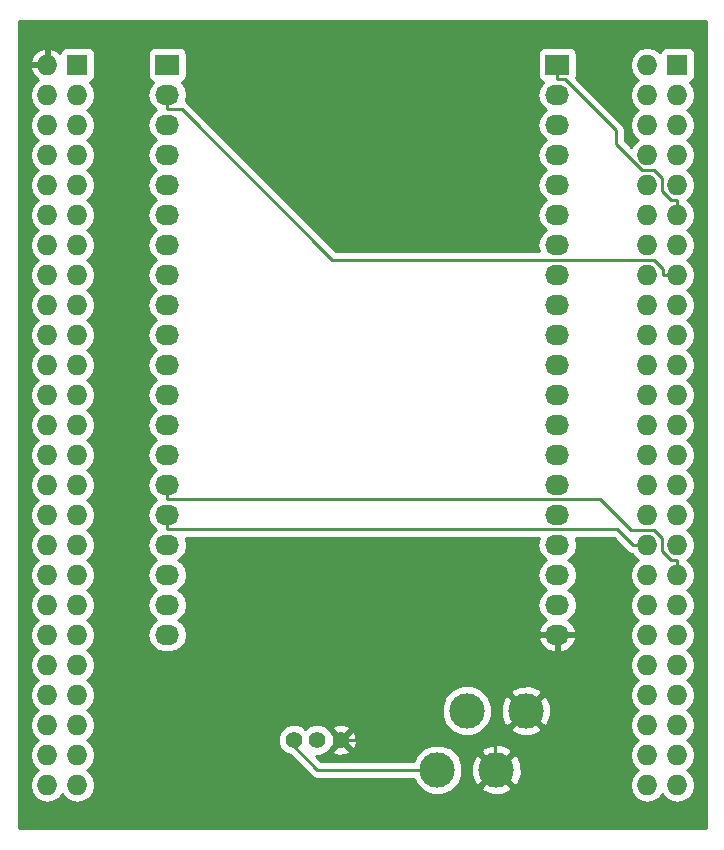
<source format=gbl>
G04 #@! TF.FileFunction,Copper,L2,Bot,Signal*
%FSLAX46Y46*%
G04 Gerber Fmt 4.6, Leading zero omitted, Abs format (unit mm)*
G04 Created by KiCad (PCBNEW (2015-01-16 BZR 5376)-product) date 5/29/2015 7:58:35 PM*
%MOMM*%
G01*
G04 APERTURE LIST*
%ADD10C,0.100000*%
%ADD11R,1.727200X1.727200*%
%ADD12O,1.727200X1.727200*%
%ADD13C,3.000000*%
%ADD14R,2.032000X1.727200*%
%ADD15O,2.032000X1.727200*%
%ADD16C,1.400000*%
%ADD17C,0.889000*%
%ADD18C,0.254000*%
G04 APERTURE END LIST*
D10*
D11*
X111760000Y-36830000D03*
D12*
X109220000Y-36830000D03*
X111760000Y-39370000D03*
X109220000Y-39370000D03*
X111760000Y-41910000D03*
X109220000Y-41910000D03*
X111760000Y-44450000D03*
X109220000Y-44450000D03*
X111760000Y-46990000D03*
X109220000Y-46990000D03*
X111760000Y-49530000D03*
X109220000Y-49530000D03*
X111760000Y-52070000D03*
X109220000Y-52070000D03*
X111760000Y-54610000D03*
X109220000Y-54610000D03*
X111760000Y-57150000D03*
X109220000Y-57150000D03*
X111760000Y-59690000D03*
X109220000Y-59690000D03*
X111760000Y-62230000D03*
X109220000Y-62230000D03*
X111760000Y-64770000D03*
X109220000Y-64770000D03*
X111760000Y-67310000D03*
X109220000Y-67310000D03*
X111760000Y-69850000D03*
X109220000Y-69850000D03*
X111760000Y-72390000D03*
X109220000Y-72390000D03*
X111760000Y-74930000D03*
X109220000Y-74930000D03*
X111760000Y-77470000D03*
X109220000Y-77470000D03*
X111760000Y-80010000D03*
X109220000Y-80010000D03*
X111760000Y-82550000D03*
X109220000Y-82550000D03*
X111760000Y-85090000D03*
X109220000Y-85090000D03*
X111760000Y-87630000D03*
X109220000Y-87630000D03*
X111760000Y-90170000D03*
X109220000Y-90170000D03*
X111760000Y-92710000D03*
X109220000Y-92710000D03*
X111760000Y-95250000D03*
X109220000Y-95250000D03*
X111760000Y-97790000D03*
X109220000Y-97790000D03*
D13*
X98939360Y-91518740D03*
X96440000Y-96520000D03*
X91440000Y-96520000D03*
X93939360Y-91518740D03*
D11*
X60960000Y-36830000D03*
D12*
X58420000Y-36830000D03*
X60960000Y-39370000D03*
X58420000Y-39370000D03*
X60960000Y-41910000D03*
X58420000Y-41910000D03*
X60960000Y-44450000D03*
X58420000Y-44450000D03*
X60960000Y-46990000D03*
X58420000Y-46990000D03*
X60960000Y-49530000D03*
X58420000Y-49530000D03*
X60960000Y-52070000D03*
X58420000Y-52070000D03*
X60960000Y-54610000D03*
X58420000Y-54610000D03*
X60960000Y-57150000D03*
X58420000Y-57150000D03*
X60960000Y-59690000D03*
X58420000Y-59690000D03*
X60960000Y-62230000D03*
X58420000Y-62230000D03*
X60960000Y-64770000D03*
X58420000Y-64770000D03*
X60960000Y-67310000D03*
X58420000Y-67310000D03*
X60960000Y-69850000D03*
X58420000Y-69850000D03*
X60960000Y-72390000D03*
X58420000Y-72390000D03*
X60960000Y-74930000D03*
X58420000Y-74930000D03*
X60960000Y-77470000D03*
X58420000Y-77470000D03*
X60960000Y-80010000D03*
X58420000Y-80010000D03*
X60960000Y-82550000D03*
X58420000Y-82550000D03*
X60960000Y-85090000D03*
X58420000Y-85090000D03*
X60960000Y-87630000D03*
X58420000Y-87630000D03*
X60960000Y-90170000D03*
X58420000Y-90170000D03*
X60960000Y-92710000D03*
X58420000Y-92710000D03*
X60960000Y-95250000D03*
X58420000Y-95250000D03*
X60960000Y-97790000D03*
X58420000Y-97790000D03*
D14*
X68580000Y-36830000D03*
D15*
X68580000Y-39370000D03*
X68580000Y-41910000D03*
X68580000Y-44450000D03*
X68580000Y-46990000D03*
X68580000Y-49530000D03*
X68580000Y-52070000D03*
X68580000Y-54610000D03*
X68580000Y-57150000D03*
X68580000Y-59690000D03*
X68580000Y-62230000D03*
X68580000Y-64770000D03*
X68580000Y-67310000D03*
X68580000Y-69850000D03*
X68580000Y-72390000D03*
X68580000Y-74930000D03*
X68580000Y-77470000D03*
X68580000Y-80010000D03*
X68580000Y-82550000D03*
X68580000Y-85090000D03*
D14*
X101600000Y-36830000D03*
D15*
X101600000Y-39370000D03*
X101600000Y-41910000D03*
X101600000Y-44450000D03*
X101600000Y-46990000D03*
X101600000Y-49530000D03*
X101600000Y-52070000D03*
X101600000Y-54610000D03*
X101600000Y-57150000D03*
X101600000Y-59690000D03*
X101600000Y-62230000D03*
X101600000Y-64770000D03*
X101600000Y-67310000D03*
X101600000Y-69850000D03*
X101600000Y-72390000D03*
X101600000Y-74930000D03*
X101600000Y-77470000D03*
X101600000Y-80010000D03*
X101600000Y-82550000D03*
X101600000Y-85090000D03*
D16*
X81280000Y-93980000D03*
X83280000Y-93980000D03*
X79280000Y-93980000D03*
D17*
X77470000Y-81280000D03*
D18*
X96328500Y-94129600D02*
X98939400Y-91518700D01*
X83280000Y-93980000D02*
X96178900Y-93980000D01*
X96178900Y-93980000D02*
X96328500Y-94129600D01*
X96328500Y-94129600D02*
X96328500Y-96408500D01*
X96328500Y-96408500D02*
X96440000Y-96520000D01*
X111760000Y-49530000D02*
X111760000Y-48285100D01*
X101600000Y-36830000D02*
X101600000Y-38074900D01*
X101600000Y-38074900D02*
X102222400Y-38074900D01*
X102222400Y-38074900D02*
X106534300Y-42386800D01*
X106534300Y-42386800D02*
X106534300Y-43545100D01*
X106534300Y-43545100D02*
X108734200Y-45745000D01*
X108734200Y-45745000D02*
X109796400Y-45745000D01*
X109796400Y-45745000D02*
X110490000Y-46438600D01*
X110490000Y-46438600D02*
X110490000Y-47530900D01*
X110490000Y-47530900D02*
X111244200Y-48285100D01*
X111244200Y-48285100D02*
X111760000Y-48285100D01*
X111760000Y-54610000D02*
X110515100Y-54610000D01*
X68580000Y-39370000D02*
X68580000Y-40614900D01*
X68580000Y-40614900D02*
X69824900Y-40614900D01*
X69824900Y-40614900D02*
X82550000Y-53340000D01*
X82550000Y-53340000D02*
X109760900Y-53340000D01*
X109760900Y-53340000D02*
X110515100Y-54094200D01*
X110515100Y-54094200D02*
X110515100Y-54610000D01*
X109220000Y-77470000D02*
X107975100Y-77470000D01*
X68580000Y-74930000D02*
X68580000Y-76174900D01*
X68580000Y-76174900D02*
X106680000Y-76174900D01*
X106680000Y-76174900D02*
X107975100Y-77470000D01*
X68580000Y-73634900D02*
X105224700Y-73634900D01*
X105224700Y-73634900D02*
X107814800Y-76225000D01*
X107814800Y-76225000D02*
X109796400Y-76225000D01*
X109796400Y-76225000D02*
X110490000Y-76918600D01*
X110490000Y-76918600D02*
X110490000Y-78010900D01*
X110490000Y-78010900D02*
X111244200Y-78765100D01*
X111244200Y-78765100D02*
X111760000Y-78765100D01*
X111760000Y-80010000D02*
X111760000Y-78765100D01*
X68580000Y-72390000D02*
X68580000Y-73634900D01*
X81280000Y-96520000D02*
X91440000Y-96520000D01*
X79280000Y-94520000D02*
X81280000Y-96520000D01*
X79280000Y-93980000D02*
X79280000Y-94520000D01*
G36*
X114173000Y-101473000D02*
X113271040Y-101473000D01*
X113271040Y-37693600D01*
X113271040Y-35966400D01*
X113224063Y-35724277D01*
X113084273Y-35511473D01*
X112873240Y-35369023D01*
X112623600Y-35318960D01*
X110896400Y-35318960D01*
X110654277Y-35365937D01*
X110441473Y-35505727D01*
X110299023Y-35716760D01*
X110290820Y-35757659D01*
X110279670Y-35740971D01*
X109793489Y-35416115D01*
X109220000Y-35302041D01*
X108646511Y-35416115D01*
X108160330Y-35740971D01*
X107835474Y-36227152D01*
X107721400Y-36800641D01*
X107721400Y-36859359D01*
X107835474Y-37432848D01*
X108160330Y-37919029D01*
X108431172Y-38100000D01*
X108160330Y-38280971D01*
X107835474Y-38767152D01*
X107721400Y-39340641D01*
X107721400Y-39399359D01*
X107835474Y-39972848D01*
X108160330Y-40459029D01*
X108431172Y-40640000D01*
X108160330Y-40820971D01*
X107835474Y-41307152D01*
X107721400Y-41880641D01*
X107721400Y-41939359D01*
X107835474Y-42512848D01*
X108160330Y-42999029D01*
X108431172Y-43180000D01*
X108160330Y-43360971D01*
X107866920Y-43800089D01*
X107296300Y-43229469D01*
X107296300Y-42386800D01*
X107238296Y-42095195D01*
X107073115Y-41847985D01*
X107073115Y-41847984D01*
X103195239Y-37970109D01*
X103213377Y-37943240D01*
X103263440Y-37693600D01*
X103263440Y-35966400D01*
X103216463Y-35724277D01*
X103076673Y-35511473D01*
X102865640Y-35369023D01*
X102616000Y-35318960D01*
X100584000Y-35318960D01*
X100341877Y-35365937D01*
X100129073Y-35505727D01*
X99986623Y-35716760D01*
X99936560Y-35966400D01*
X99936560Y-37693600D01*
X99983537Y-37935723D01*
X100123327Y-38148527D01*
X100334360Y-38290977D01*
X100372962Y-38298718D01*
X100355585Y-38310330D01*
X100030729Y-38796511D01*
X99916655Y-39370000D01*
X100030729Y-39943489D01*
X100355585Y-40429670D01*
X100670365Y-40640000D01*
X100355585Y-40850330D01*
X100030729Y-41336511D01*
X99916655Y-41910000D01*
X100030729Y-42483489D01*
X100355585Y-42969670D01*
X100670365Y-43180000D01*
X100355585Y-43390330D01*
X100030729Y-43876511D01*
X99916655Y-44450000D01*
X100030729Y-45023489D01*
X100355585Y-45509670D01*
X100670365Y-45720000D01*
X100355585Y-45930330D01*
X100030729Y-46416511D01*
X99916655Y-46990000D01*
X100030729Y-47563489D01*
X100355585Y-48049670D01*
X100670365Y-48260000D01*
X100355585Y-48470330D01*
X100030729Y-48956511D01*
X99916655Y-49530000D01*
X100030729Y-50103489D01*
X100355585Y-50589670D01*
X100670365Y-50800000D01*
X100355585Y-51010330D01*
X100030729Y-51496511D01*
X99916655Y-52070000D01*
X100017702Y-52578000D01*
X82865629Y-52578000D01*
X70363715Y-40076085D01*
X70151148Y-39934052D01*
X70151148Y-39934051D01*
X70263345Y-39370000D01*
X70149271Y-38796511D01*
X69824415Y-38310330D01*
X69808632Y-38299784D01*
X69838123Y-38294063D01*
X70050927Y-38154273D01*
X70193377Y-37943240D01*
X70243440Y-37693600D01*
X70243440Y-35966400D01*
X70196463Y-35724277D01*
X70056673Y-35511473D01*
X69845640Y-35369023D01*
X69596000Y-35318960D01*
X67564000Y-35318960D01*
X67321877Y-35365937D01*
X67109073Y-35505727D01*
X66966623Y-35716760D01*
X66916560Y-35966400D01*
X66916560Y-37693600D01*
X66963537Y-37935723D01*
X67103327Y-38148527D01*
X67314360Y-38290977D01*
X67352962Y-38298718D01*
X67335585Y-38310330D01*
X67010729Y-38796511D01*
X66896655Y-39370000D01*
X67010729Y-39943489D01*
X67335585Y-40429670D01*
X67650365Y-40640000D01*
X67335585Y-40850330D01*
X67010729Y-41336511D01*
X66896655Y-41910000D01*
X67010729Y-42483489D01*
X67335585Y-42969670D01*
X67650365Y-43180000D01*
X67335585Y-43390330D01*
X67010729Y-43876511D01*
X66896655Y-44450000D01*
X67010729Y-45023489D01*
X67335585Y-45509670D01*
X67650365Y-45720000D01*
X67335585Y-45930330D01*
X67010729Y-46416511D01*
X66896655Y-46990000D01*
X67010729Y-47563489D01*
X67335585Y-48049670D01*
X67650365Y-48260000D01*
X67335585Y-48470330D01*
X67010729Y-48956511D01*
X66896655Y-49530000D01*
X67010729Y-50103489D01*
X67335585Y-50589670D01*
X67650365Y-50800000D01*
X67335585Y-51010330D01*
X67010729Y-51496511D01*
X66896655Y-52070000D01*
X67010729Y-52643489D01*
X67335585Y-53129670D01*
X67650365Y-53340000D01*
X67335585Y-53550330D01*
X67010729Y-54036511D01*
X66896655Y-54610000D01*
X67010729Y-55183489D01*
X67335585Y-55669670D01*
X67650365Y-55880000D01*
X67335585Y-56090330D01*
X67010729Y-56576511D01*
X66896655Y-57150000D01*
X67010729Y-57723489D01*
X67335585Y-58209670D01*
X67650365Y-58420000D01*
X67335585Y-58630330D01*
X67010729Y-59116511D01*
X66896655Y-59690000D01*
X67010729Y-60263489D01*
X67335585Y-60749670D01*
X67650365Y-60960000D01*
X67335585Y-61170330D01*
X67010729Y-61656511D01*
X66896655Y-62230000D01*
X67010729Y-62803489D01*
X67335585Y-63289670D01*
X67650365Y-63500000D01*
X67335585Y-63710330D01*
X67010729Y-64196511D01*
X66896655Y-64770000D01*
X67010729Y-65343489D01*
X67335585Y-65829670D01*
X67650365Y-66040000D01*
X67335585Y-66250330D01*
X67010729Y-66736511D01*
X66896655Y-67310000D01*
X67010729Y-67883489D01*
X67335585Y-68369670D01*
X67650365Y-68580000D01*
X67335585Y-68790330D01*
X67010729Y-69276511D01*
X66896655Y-69850000D01*
X67010729Y-70423489D01*
X67335585Y-70909670D01*
X67650365Y-71120000D01*
X67335585Y-71330330D01*
X67010729Y-71816511D01*
X66896655Y-72390000D01*
X67010729Y-72963489D01*
X67335585Y-73449670D01*
X67650365Y-73660000D01*
X67335585Y-73870330D01*
X67010729Y-74356511D01*
X66896655Y-74930000D01*
X67010729Y-75503489D01*
X67335585Y-75989670D01*
X67650365Y-76200000D01*
X67335585Y-76410330D01*
X67010729Y-76896511D01*
X66896655Y-77470000D01*
X67010729Y-78043489D01*
X67335585Y-78529670D01*
X67650365Y-78740000D01*
X67335585Y-78950330D01*
X67010729Y-79436511D01*
X66896655Y-80010000D01*
X67010729Y-80583489D01*
X67335585Y-81069670D01*
X67650365Y-81280000D01*
X67335585Y-81490330D01*
X67010729Y-81976511D01*
X66896655Y-82550000D01*
X67010729Y-83123489D01*
X67335585Y-83609670D01*
X67650365Y-83820000D01*
X67335585Y-84030330D01*
X67010729Y-84516511D01*
X66896655Y-85090000D01*
X67010729Y-85663489D01*
X67335585Y-86149670D01*
X67821766Y-86474526D01*
X68395255Y-86588600D01*
X68764745Y-86588600D01*
X69338234Y-86474526D01*
X69824415Y-86149670D01*
X70149271Y-85663489D01*
X70263345Y-85090000D01*
X70149271Y-84516511D01*
X69824415Y-84030330D01*
X69509634Y-83820000D01*
X69824415Y-83609670D01*
X70149271Y-83123489D01*
X70263345Y-82550000D01*
X70149271Y-81976511D01*
X69824415Y-81490330D01*
X69509634Y-81280000D01*
X69824415Y-81069670D01*
X70149271Y-80583489D01*
X70263345Y-80010000D01*
X70149271Y-79436511D01*
X69824415Y-78950330D01*
X69509634Y-78740000D01*
X69824415Y-78529670D01*
X70149271Y-78043489D01*
X70263345Y-77470000D01*
X70157304Y-76936900D01*
X100022695Y-76936900D01*
X99916655Y-77470000D01*
X100030729Y-78043489D01*
X100355585Y-78529670D01*
X100670365Y-78740000D01*
X100355585Y-78950330D01*
X100030729Y-79436511D01*
X99916655Y-80010000D01*
X100030729Y-80583489D01*
X100355585Y-81069670D01*
X100670365Y-81280000D01*
X100355585Y-81490330D01*
X100030729Y-81976511D01*
X99916655Y-82550000D01*
X100030729Y-83123489D01*
X100355585Y-83609670D01*
X100665069Y-83816460D01*
X100249268Y-84187964D01*
X99995291Y-84715209D01*
X99992642Y-84730974D01*
X100113783Y-84963000D01*
X101473000Y-84963000D01*
X101473000Y-84943000D01*
X101727000Y-84943000D01*
X101727000Y-84963000D01*
X103086217Y-84963000D01*
X103207358Y-84730974D01*
X103204709Y-84715209D01*
X102950732Y-84187964D01*
X102534930Y-83816460D01*
X102844415Y-83609670D01*
X103169271Y-83123489D01*
X103283345Y-82550000D01*
X103169271Y-81976511D01*
X102844415Y-81490330D01*
X102529634Y-81280000D01*
X102844415Y-81069670D01*
X103169271Y-80583489D01*
X103283345Y-80010000D01*
X103169271Y-79436511D01*
X102844415Y-78950330D01*
X102529634Y-78740000D01*
X102844415Y-78529670D01*
X103169271Y-78043489D01*
X103283345Y-77470000D01*
X103177304Y-76936900D01*
X106364370Y-76936900D01*
X107436285Y-78008815D01*
X107683495Y-78173996D01*
X107683496Y-78173996D01*
X107936714Y-78224364D01*
X108160330Y-78559029D01*
X108431172Y-78740000D01*
X108160330Y-78920971D01*
X107835474Y-79407152D01*
X107721400Y-79980641D01*
X107721400Y-80039359D01*
X107835474Y-80612848D01*
X108160330Y-81099029D01*
X108431172Y-81280000D01*
X108160330Y-81460971D01*
X107835474Y-81947152D01*
X107721400Y-82520641D01*
X107721400Y-82579359D01*
X107835474Y-83152848D01*
X108160330Y-83639029D01*
X108431172Y-83820000D01*
X108160330Y-84000971D01*
X107835474Y-84487152D01*
X107721400Y-85060641D01*
X107721400Y-85119359D01*
X107835474Y-85692848D01*
X108160330Y-86179029D01*
X108431172Y-86360000D01*
X108160330Y-86540971D01*
X107835474Y-87027152D01*
X107721400Y-87600641D01*
X107721400Y-87659359D01*
X107835474Y-88232848D01*
X108160330Y-88719029D01*
X108431172Y-88900000D01*
X108160330Y-89080971D01*
X107835474Y-89567152D01*
X107721400Y-90140641D01*
X107721400Y-90199359D01*
X107835474Y-90772848D01*
X108160330Y-91259029D01*
X108431172Y-91440000D01*
X108160330Y-91620971D01*
X107835474Y-92107152D01*
X107721400Y-92680641D01*
X107721400Y-92739359D01*
X107835474Y-93312848D01*
X108160330Y-93799029D01*
X108431172Y-93980000D01*
X108160330Y-94160971D01*
X107835474Y-94647152D01*
X107721400Y-95220641D01*
X107721400Y-95279359D01*
X107835474Y-95852848D01*
X108160330Y-96339029D01*
X108431172Y-96520000D01*
X108160330Y-96700971D01*
X107835474Y-97187152D01*
X107721400Y-97760641D01*
X107721400Y-97819359D01*
X107835474Y-98392848D01*
X108160330Y-98879029D01*
X108646511Y-99203885D01*
X109220000Y-99317959D01*
X109793489Y-99203885D01*
X110279670Y-98879029D01*
X110490000Y-98564248D01*
X110700330Y-98879029D01*
X111186511Y-99203885D01*
X111760000Y-99317959D01*
X112333489Y-99203885D01*
X112819670Y-98879029D01*
X113144526Y-98392848D01*
X113258600Y-97819359D01*
X113258600Y-97760641D01*
X113144526Y-97187152D01*
X112819670Y-96700971D01*
X112548827Y-96520000D01*
X112819670Y-96339029D01*
X113144526Y-95852848D01*
X113258600Y-95279359D01*
X113258600Y-95220641D01*
X113144526Y-94647152D01*
X112819670Y-94160971D01*
X112548827Y-93980000D01*
X112819670Y-93799029D01*
X113144526Y-93312848D01*
X113258600Y-92739359D01*
X113258600Y-92680641D01*
X113144526Y-92107152D01*
X112819670Y-91620971D01*
X112548827Y-91440000D01*
X112819670Y-91259029D01*
X113144526Y-90772848D01*
X113258600Y-90199359D01*
X113258600Y-90140641D01*
X113144526Y-89567152D01*
X112819670Y-89080971D01*
X112548827Y-88900000D01*
X112819670Y-88719029D01*
X113144526Y-88232848D01*
X113258600Y-87659359D01*
X113258600Y-87600641D01*
X113144526Y-87027152D01*
X112819670Y-86540971D01*
X112548827Y-86360000D01*
X112819670Y-86179029D01*
X113144526Y-85692848D01*
X113258600Y-85119359D01*
X113258600Y-85060641D01*
X113144526Y-84487152D01*
X112819670Y-84000971D01*
X112548827Y-83820000D01*
X112819670Y-83639029D01*
X113144526Y-83152848D01*
X113258600Y-82579359D01*
X113258600Y-82520641D01*
X113144526Y-81947152D01*
X112819670Y-81460971D01*
X112548827Y-81280000D01*
X112819670Y-81099029D01*
X113144526Y-80612848D01*
X113258600Y-80039359D01*
X113258600Y-79980641D01*
X113144526Y-79407152D01*
X112819670Y-78920971D01*
X112548827Y-78740000D01*
X112819670Y-78559029D01*
X113144526Y-78072848D01*
X113258600Y-77499359D01*
X113258600Y-77440641D01*
X113144526Y-76867152D01*
X112819670Y-76380971D01*
X112548827Y-76200000D01*
X112819670Y-76019029D01*
X113144526Y-75532848D01*
X113258600Y-74959359D01*
X113258600Y-74900641D01*
X113144526Y-74327152D01*
X112819670Y-73840971D01*
X112548827Y-73660000D01*
X112819670Y-73479029D01*
X113144526Y-72992848D01*
X113258600Y-72419359D01*
X113258600Y-72360641D01*
X113144526Y-71787152D01*
X112819670Y-71300971D01*
X112548827Y-71120000D01*
X112819670Y-70939029D01*
X113144526Y-70452848D01*
X113258600Y-69879359D01*
X113258600Y-69820641D01*
X113144526Y-69247152D01*
X112819670Y-68760971D01*
X112548827Y-68580000D01*
X112819670Y-68399029D01*
X113144526Y-67912848D01*
X113258600Y-67339359D01*
X113258600Y-67280641D01*
X113144526Y-66707152D01*
X112819670Y-66220971D01*
X112548827Y-66040000D01*
X112819670Y-65859029D01*
X113144526Y-65372848D01*
X113258600Y-64799359D01*
X113258600Y-64740641D01*
X113144526Y-64167152D01*
X112819670Y-63680971D01*
X112548827Y-63500000D01*
X112819670Y-63319029D01*
X113144526Y-62832848D01*
X113258600Y-62259359D01*
X113258600Y-62200641D01*
X113144526Y-61627152D01*
X112819670Y-61140971D01*
X112548827Y-60960000D01*
X112819670Y-60779029D01*
X113144526Y-60292848D01*
X113258600Y-59719359D01*
X113258600Y-59660641D01*
X113144526Y-59087152D01*
X112819670Y-58600971D01*
X112548827Y-58420000D01*
X112819670Y-58239029D01*
X113144526Y-57752848D01*
X113258600Y-57179359D01*
X113258600Y-57120641D01*
X113144526Y-56547152D01*
X112819670Y-56060971D01*
X112548827Y-55880000D01*
X112819670Y-55699029D01*
X113144526Y-55212848D01*
X113258600Y-54639359D01*
X113258600Y-54580641D01*
X113144526Y-54007152D01*
X112819670Y-53520971D01*
X112548827Y-53340000D01*
X112819670Y-53159029D01*
X113144526Y-52672848D01*
X113258600Y-52099359D01*
X113258600Y-52040641D01*
X113144526Y-51467152D01*
X112819670Y-50980971D01*
X112548827Y-50800000D01*
X112819670Y-50619029D01*
X113144526Y-50132848D01*
X113258600Y-49559359D01*
X113258600Y-49500641D01*
X113144526Y-48927152D01*
X112819670Y-48440971D01*
X112548827Y-48260000D01*
X112819670Y-48079029D01*
X113144526Y-47592848D01*
X113258600Y-47019359D01*
X113258600Y-46960641D01*
X113144526Y-46387152D01*
X112819670Y-45900971D01*
X112548827Y-45720000D01*
X112819670Y-45539029D01*
X113144526Y-45052848D01*
X113258600Y-44479359D01*
X113258600Y-44420641D01*
X113144526Y-43847152D01*
X112819670Y-43360971D01*
X112548827Y-43180000D01*
X112819670Y-42999029D01*
X113144526Y-42512848D01*
X113258600Y-41939359D01*
X113258600Y-41880641D01*
X113144526Y-41307152D01*
X112819670Y-40820971D01*
X112548827Y-40640000D01*
X112819670Y-40459029D01*
X113144526Y-39972848D01*
X113258600Y-39399359D01*
X113258600Y-39340641D01*
X113144526Y-38767152D01*
X112832699Y-38300470D01*
X112865723Y-38294063D01*
X113078527Y-38154273D01*
X113220977Y-37943240D01*
X113271040Y-37693600D01*
X113271040Y-101473000D01*
X103207358Y-101473000D01*
X103207358Y-85449026D01*
X103086217Y-85217000D01*
X101727000Y-85217000D01*
X101727000Y-86430924D01*
X101961913Y-86575184D01*
X102514320Y-86381954D01*
X102950732Y-85992036D01*
X103204709Y-85464791D01*
X103207358Y-85449026D01*
X103207358Y-101473000D01*
X101473000Y-101473000D01*
X101473000Y-86430924D01*
X101473000Y-85217000D01*
X100113783Y-85217000D01*
X99992642Y-85449026D01*
X99995291Y-85464791D01*
X100249268Y-85992036D01*
X100685680Y-86381954D01*
X101238087Y-86575184D01*
X101473000Y-86430924D01*
X101473000Y-101473000D01*
X101082083Y-101473000D01*
X101082083Y-91902553D01*
X101065857Y-91053353D01*
X100772099Y-90344158D01*
X100453330Y-90184375D01*
X100273725Y-90363980D01*
X100273725Y-90004770D01*
X100113942Y-89686001D01*
X99323173Y-89376017D01*
X98473973Y-89392243D01*
X97764778Y-89686001D01*
X97604995Y-90004770D01*
X98939360Y-91339135D01*
X100273725Y-90004770D01*
X100273725Y-90363980D01*
X99118965Y-91518740D01*
X100453330Y-92853105D01*
X100772099Y-92693322D01*
X101082083Y-91902553D01*
X101082083Y-101473000D01*
X100273725Y-101473000D01*
X100273725Y-93032710D01*
X98939360Y-91698345D01*
X98759755Y-91877950D01*
X98759755Y-91518740D01*
X97425390Y-90184375D01*
X97106621Y-90344158D01*
X96796637Y-91134927D01*
X96812863Y-91984127D01*
X97106621Y-92693322D01*
X97425390Y-92853105D01*
X98759755Y-91518740D01*
X98759755Y-91877950D01*
X97604995Y-93032710D01*
X97764778Y-93351479D01*
X98555547Y-93661463D01*
X99404747Y-93645237D01*
X100113942Y-93351479D01*
X100273725Y-93032710D01*
X100273725Y-101473000D01*
X98582723Y-101473000D01*
X98582723Y-96903813D01*
X98566497Y-96054613D01*
X98272739Y-95345418D01*
X97953970Y-95185635D01*
X97774365Y-95365240D01*
X97774365Y-95006030D01*
X97614582Y-94687261D01*
X96823813Y-94377277D01*
X96074730Y-94391590D01*
X96074730Y-91095925D01*
X95750380Y-90310940D01*
X95150319Y-89709831D01*
X94365901Y-89384112D01*
X93516545Y-89383370D01*
X92731560Y-89707720D01*
X92130451Y-90307781D01*
X91804732Y-91092199D01*
X91803990Y-91941555D01*
X92128340Y-92726540D01*
X92728401Y-93327649D01*
X93512819Y-93653368D01*
X94362175Y-93654110D01*
X95147160Y-93329760D01*
X95748269Y-92729699D01*
X96073988Y-91945281D01*
X96074730Y-91095925D01*
X96074730Y-94391590D01*
X95974613Y-94393503D01*
X95265418Y-94687261D01*
X95105635Y-95006030D01*
X96440000Y-96340395D01*
X97774365Y-95006030D01*
X97774365Y-95365240D01*
X96619605Y-96520000D01*
X97953970Y-97854365D01*
X98272739Y-97694582D01*
X98582723Y-96903813D01*
X98582723Y-101473000D01*
X97774365Y-101473000D01*
X97774365Y-98033970D01*
X96440000Y-96699605D01*
X96260395Y-96879210D01*
X96260395Y-96520000D01*
X94926030Y-95185635D01*
X94607261Y-95345418D01*
X94297277Y-96136187D01*
X94313503Y-96985387D01*
X94607261Y-97694582D01*
X94926030Y-97854365D01*
X96260395Y-96520000D01*
X96260395Y-96879210D01*
X95105635Y-98033970D01*
X95265418Y-98352739D01*
X96056187Y-98662723D01*
X96905387Y-98646497D01*
X97614582Y-98352739D01*
X97774365Y-98033970D01*
X97774365Y-101473000D01*
X93575370Y-101473000D01*
X93575370Y-96097185D01*
X93251020Y-95312200D01*
X92650959Y-94711091D01*
X91866541Y-94385372D01*
X91017185Y-94384630D01*
X90232200Y-94708980D01*
X89631091Y-95309041D01*
X89444666Y-95758000D01*
X84627419Y-95758000D01*
X84627419Y-94172878D01*
X84598664Y-93642560D01*
X84451042Y-93286169D01*
X84215275Y-93224331D01*
X84035669Y-93403936D01*
X84035669Y-93044725D01*
X83973831Y-92808958D01*
X83472878Y-92632581D01*
X82942560Y-92661336D01*
X82586169Y-92808958D01*
X82524331Y-93044725D01*
X83280000Y-93800395D01*
X84035669Y-93044725D01*
X84035669Y-93403936D01*
X83459605Y-93980000D01*
X84215275Y-94735669D01*
X84451042Y-94673831D01*
X84627419Y-94172878D01*
X84627419Y-95758000D01*
X84035669Y-95758000D01*
X84035669Y-94915275D01*
X83280000Y-94159605D01*
X82524331Y-94915275D01*
X82586169Y-95151042D01*
X83087122Y-95327419D01*
X83617440Y-95298664D01*
X83973831Y-95151042D01*
X84035669Y-94915275D01*
X84035669Y-95758000D01*
X81595630Y-95758000D01*
X81152519Y-95314889D01*
X81544383Y-95315231D01*
X82035229Y-95112418D01*
X82411098Y-94737204D01*
X82459318Y-94621075D01*
X83100395Y-93980000D01*
X82459772Y-93339378D01*
X82412418Y-93224771D01*
X82037204Y-92848902D01*
X81546713Y-92645232D01*
X81015617Y-92644769D01*
X80524771Y-92847582D01*
X80279902Y-93092023D01*
X80037204Y-92848902D01*
X79546713Y-92645232D01*
X79015617Y-92644769D01*
X78524771Y-92847582D01*
X78148902Y-93222796D01*
X77945232Y-93713287D01*
X77944769Y-94244383D01*
X78147582Y-94735229D01*
X78522796Y-95111098D01*
X78985670Y-95303300D01*
X80741185Y-97058815D01*
X80988395Y-97223996D01*
X81280000Y-97282000D01*
X89444778Y-97282000D01*
X89628980Y-97727800D01*
X90229041Y-98328909D01*
X91013459Y-98654628D01*
X91862815Y-98655370D01*
X92647800Y-98331020D01*
X93248909Y-97730959D01*
X93574628Y-96946541D01*
X93575370Y-96097185D01*
X93575370Y-101473000D01*
X62471040Y-101473000D01*
X62471040Y-37693600D01*
X62471040Y-35966400D01*
X62424063Y-35724277D01*
X62284273Y-35511473D01*
X62073240Y-35369023D01*
X61823600Y-35318960D01*
X60096400Y-35318960D01*
X59854277Y-35365937D01*
X59641473Y-35505727D01*
X59499023Y-35716760D01*
X59480698Y-35808135D01*
X59194947Y-35547312D01*
X58779026Y-35375042D01*
X58547000Y-35496183D01*
X58547000Y-36703000D01*
X58567000Y-36703000D01*
X58567000Y-36957000D01*
X58547000Y-36957000D01*
X58547000Y-36977000D01*
X58293000Y-36977000D01*
X58293000Y-36957000D01*
X58293000Y-36703000D01*
X58293000Y-35496183D01*
X58060974Y-35375042D01*
X57645053Y-35547312D01*
X57213179Y-35941510D01*
X56965032Y-36470973D01*
X57085531Y-36703000D01*
X58293000Y-36703000D01*
X58293000Y-36957000D01*
X57085531Y-36957000D01*
X56965032Y-37189027D01*
X57213179Y-37718490D01*
X57631160Y-38100007D01*
X57360330Y-38280971D01*
X57035474Y-38767152D01*
X56921400Y-39340641D01*
X56921400Y-39399359D01*
X57035474Y-39972848D01*
X57360330Y-40459029D01*
X57631172Y-40640000D01*
X57360330Y-40820971D01*
X57035474Y-41307152D01*
X56921400Y-41880641D01*
X56921400Y-41939359D01*
X57035474Y-42512848D01*
X57360330Y-42999029D01*
X57631172Y-43180000D01*
X57360330Y-43360971D01*
X57035474Y-43847152D01*
X56921400Y-44420641D01*
X56921400Y-44479359D01*
X57035474Y-45052848D01*
X57360330Y-45539029D01*
X57631172Y-45720000D01*
X57360330Y-45900971D01*
X57035474Y-46387152D01*
X56921400Y-46960641D01*
X56921400Y-47019359D01*
X57035474Y-47592848D01*
X57360330Y-48079029D01*
X57631172Y-48260000D01*
X57360330Y-48440971D01*
X57035474Y-48927152D01*
X56921400Y-49500641D01*
X56921400Y-49559359D01*
X57035474Y-50132848D01*
X57360330Y-50619029D01*
X57631172Y-50800000D01*
X57360330Y-50980971D01*
X57035474Y-51467152D01*
X56921400Y-52040641D01*
X56921400Y-52099359D01*
X57035474Y-52672848D01*
X57360330Y-53159029D01*
X57631172Y-53340000D01*
X57360330Y-53520971D01*
X57035474Y-54007152D01*
X56921400Y-54580641D01*
X56921400Y-54639359D01*
X57035474Y-55212848D01*
X57360330Y-55699029D01*
X57631172Y-55880000D01*
X57360330Y-56060971D01*
X57035474Y-56547152D01*
X56921400Y-57120641D01*
X56921400Y-57179359D01*
X57035474Y-57752848D01*
X57360330Y-58239029D01*
X57631172Y-58420000D01*
X57360330Y-58600971D01*
X57035474Y-59087152D01*
X56921400Y-59660641D01*
X56921400Y-59719359D01*
X57035474Y-60292848D01*
X57360330Y-60779029D01*
X57631172Y-60960000D01*
X57360330Y-61140971D01*
X57035474Y-61627152D01*
X56921400Y-62200641D01*
X56921400Y-62259359D01*
X57035474Y-62832848D01*
X57360330Y-63319029D01*
X57631172Y-63500000D01*
X57360330Y-63680971D01*
X57035474Y-64167152D01*
X56921400Y-64740641D01*
X56921400Y-64799359D01*
X57035474Y-65372848D01*
X57360330Y-65859029D01*
X57631172Y-66040000D01*
X57360330Y-66220971D01*
X57035474Y-66707152D01*
X56921400Y-67280641D01*
X56921400Y-67339359D01*
X57035474Y-67912848D01*
X57360330Y-68399029D01*
X57631172Y-68580000D01*
X57360330Y-68760971D01*
X57035474Y-69247152D01*
X56921400Y-69820641D01*
X56921400Y-69879359D01*
X57035474Y-70452848D01*
X57360330Y-70939029D01*
X57631172Y-71120000D01*
X57360330Y-71300971D01*
X57035474Y-71787152D01*
X56921400Y-72360641D01*
X56921400Y-72419359D01*
X57035474Y-72992848D01*
X57360330Y-73479029D01*
X57631172Y-73660000D01*
X57360330Y-73840971D01*
X57035474Y-74327152D01*
X56921400Y-74900641D01*
X56921400Y-74959359D01*
X57035474Y-75532848D01*
X57360330Y-76019029D01*
X57631172Y-76200000D01*
X57360330Y-76380971D01*
X57035474Y-76867152D01*
X56921400Y-77440641D01*
X56921400Y-77499359D01*
X57035474Y-78072848D01*
X57360330Y-78559029D01*
X57631172Y-78740000D01*
X57360330Y-78920971D01*
X57035474Y-79407152D01*
X56921400Y-79980641D01*
X56921400Y-80039359D01*
X57035474Y-80612848D01*
X57360330Y-81099029D01*
X57631172Y-81280000D01*
X57360330Y-81460971D01*
X57035474Y-81947152D01*
X56921400Y-82520641D01*
X56921400Y-82579359D01*
X57035474Y-83152848D01*
X57360330Y-83639029D01*
X57631172Y-83820000D01*
X57360330Y-84000971D01*
X57035474Y-84487152D01*
X56921400Y-85060641D01*
X56921400Y-85119359D01*
X57035474Y-85692848D01*
X57360330Y-86179029D01*
X57631172Y-86360000D01*
X57360330Y-86540971D01*
X57035474Y-87027152D01*
X56921400Y-87600641D01*
X56921400Y-87659359D01*
X57035474Y-88232848D01*
X57360330Y-88719029D01*
X57631172Y-88900000D01*
X57360330Y-89080971D01*
X57035474Y-89567152D01*
X56921400Y-90140641D01*
X56921400Y-90199359D01*
X57035474Y-90772848D01*
X57360330Y-91259029D01*
X57631172Y-91440000D01*
X57360330Y-91620971D01*
X57035474Y-92107152D01*
X56921400Y-92680641D01*
X56921400Y-92739359D01*
X57035474Y-93312848D01*
X57360330Y-93799029D01*
X57631172Y-93980000D01*
X57360330Y-94160971D01*
X57035474Y-94647152D01*
X56921400Y-95220641D01*
X56921400Y-95279359D01*
X57035474Y-95852848D01*
X57360330Y-96339029D01*
X57631172Y-96520000D01*
X57360330Y-96700971D01*
X57035474Y-97187152D01*
X56921400Y-97760641D01*
X56921400Y-97819359D01*
X57035474Y-98392848D01*
X57360330Y-98879029D01*
X57846511Y-99203885D01*
X58420000Y-99317959D01*
X58993489Y-99203885D01*
X59479670Y-98879029D01*
X59690000Y-98564248D01*
X59900330Y-98879029D01*
X60386511Y-99203885D01*
X60960000Y-99317959D01*
X61533489Y-99203885D01*
X62019670Y-98879029D01*
X62344526Y-98392848D01*
X62458600Y-97819359D01*
X62458600Y-97760641D01*
X62344526Y-97187152D01*
X62019670Y-96700971D01*
X61748827Y-96520000D01*
X62019670Y-96339029D01*
X62344526Y-95852848D01*
X62458600Y-95279359D01*
X62458600Y-95220641D01*
X62344526Y-94647152D01*
X62019670Y-94160971D01*
X61748827Y-93980000D01*
X62019670Y-93799029D01*
X62344526Y-93312848D01*
X62458600Y-92739359D01*
X62458600Y-92680641D01*
X62344526Y-92107152D01*
X62019670Y-91620971D01*
X61748827Y-91440000D01*
X62019670Y-91259029D01*
X62344526Y-90772848D01*
X62458600Y-90199359D01*
X62458600Y-90140641D01*
X62344526Y-89567152D01*
X62019670Y-89080971D01*
X61748827Y-88900000D01*
X62019670Y-88719029D01*
X62344526Y-88232848D01*
X62458600Y-87659359D01*
X62458600Y-87600641D01*
X62344526Y-87027152D01*
X62019670Y-86540971D01*
X61748827Y-86360000D01*
X62019670Y-86179029D01*
X62344526Y-85692848D01*
X62458600Y-85119359D01*
X62458600Y-85060641D01*
X62344526Y-84487152D01*
X62019670Y-84000971D01*
X61748827Y-83820000D01*
X62019670Y-83639029D01*
X62344526Y-83152848D01*
X62458600Y-82579359D01*
X62458600Y-82520641D01*
X62344526Y-81947152D01*
X62019670Y-81460971D01*
X61748827Y-81280000D01*
X62019670Y-81099029D01*
X62344526Y-80612848D01*
X62458600Y-80039359D01*
X62458600Y-79980641D01*
X62344526Y-79407152D01*
X62019670Y-78920971D01*
X61748827Y-78740000D01*
X62019670Y-78559029D01*
X62344526Y-78072848D01*
X62458600Y-77499359D01*
X62458600Y-77440641D01*
X62344526Y-76867152D01*
X62019670Y-76380971D01*
X61748827Y-76200000D01*
X62019670Y-76019029D01*
X62344526Y-75532848D01*
X62458600Y-74959359D01*
X62458600Y-74900641D01*
X62344526Y-74327152D01*
X62019670Y-73840971D01*
X61748827Y-73660000D01*
X62019670Y-73479029D01*
X62344526Y-72992848D01*
X62458600Y-72419359D01*
X62458600Y-72360641D01*
X62344526Y-71787152D01*
X62019670Y-71300971D01*
X61748827Y-71120000D01*
X62019670Y-70939029D01*
X62344526Y-70452848D01*
X62458600Y-69879359D01*
X62458600Y-69820641D01*
X62344526Y-69247152D01*
X62019670Y-68760971D01*
X61748827Y-68580000D01*
X62019670Y-68399029D01*
X62344526Y-67912848D01*
X62458600Y-67339359D01*
X62458600Y-67280641D01*
X62344526Y-66707152D01*
X62019670Y-66220971D01*
X61748827Y-66040000D01*
X62019670Y-65859029D01*
X62344526Y-65372848D01*
X62458600Y-64799359D01*
X62458600Y-64740641D01*
X62344526Y-64167152D01*
X62019670Y-63680971D01*
X61748827Y-63500000D01*
X62019670Y-63319029D01*
X62344526Y-62832848D01*
X62458600Y-62259359D01*
X62458600Y-62200641D01*
X62344526Y-61627152D01*
X62019670Y-61140971D01*
X61748827Y-60960000D01*
X62019670Y-60779029D01*
X62344526Y-60292848D01*
X62458600Y-59719359D01*
X62458600Y-59660641D01*
X62344526Y-59087152D01*
X62019670Y-58600971D01*
X61748827Y-58420000D01*
X62019670Y-58239029D01*
X62344526Y-57752848D01*
X62458600Y-57179359D01*
X62458600Y-57120641D01*
X62344526Y-56547152D01*
X62019670Y-56060971D01*
X61748827Y-55880000D01*
X62019670Y-55699029D01*
X62344526Y-55212848D01*
X62458600Y-54639359D01*
X62458600Y-54580641D01*
X62344526Y-54007152D01*
X62019670Y-53520971D01*
X61748827Y-53340000D01*
X62019670Y-53159029D01*
X62344526Y-52672848D01*
X62458600Y-52099359D01*
X62458600Y-52040641D01*
X62344526Y-51467152D01*
X62019670Y-50980971D01*
X61748827Y-50800000D01*
X62019670Y-50619029D01*
X62344526Y-50132848D01*
X62458600Y-49559359D01*
X62458600Y-49500641D01*
X62344526Y-48927152D01*
X62019670Y-48440971D01*
X61748827Y-48260000D01*
X62019670Y-48079029D01*
X62344526Y-47592848D01*
X62458600Y-47019359D01*
X62458600Y-46960641D01*
X62344526Y-46387152D01*
X62019670Y-45900971D01*
X61748827Y-45720000D01*
X62019670Y-45539029D01*
X62344526Y-45052848D01*
X62458600Y-44479359D01*
X62458600Y-44420641D01*
X62344526Y-43847152D01*
X62019670Y-43360971D01*
X61748827Y-43180000D01*
X62019670Y-42999029D01*
X62344526Y-42512848D01*
X62458600Y-41939359D01*
X62458600Y-41880641D01*
X62344526Y-41307152D01*
X62019670Y-40820971D01*
X61748827Y-40640000D01*
X62019670Y-40459029D01*
X62344526Y-39972848D01*
X62458600Y-39399359D01*
X62458600Y-39340641D01*
X62344526Y-38767152D01*
X62032699Y-38300470D01*
X62065723Y-38294063D01*
X62278527Y-38154273D01*
X62420977Y-37943240D01*
X62471040Y-37693600D01*
X62471040Y-101473000D01*
X56007000Y-101473000D01*
X56007000Y-33147000D01*
X114173000Y-33147000D01*
X114173000Y-101473000D01*
X114173000Y-101473000D01*
G37*
X114173000Y-101473000D02*
X113271040Y-101473000D01*
X113271040Y-37693600D01*
X113271040Y-35966400D01*
X113224063Y-35724277D01*
X113084273Y-35511473D01*
X112873240Y-35369023D01*
X112623600Y-35318960D01*
X110896400Y-35318960D01*
X110654277Y-35365937D01*
X110441473Y-35505727D01*
X110299023Y-35716760D01*
X110290820Y-35757659D01*
X110279670Y-35740971D01*
X109793489Y-35416115D01*
X109220000Y-35302041D01*
X108646511Y-35416115D01*
X108160330Y-35740971D01*
X107835474Y-36227152D01*
X107721400Y-36800641D01*
X107721400Y-36859359D01*
X107835474Y-37432848D01*
X108160330Y-37919029D01*
X108431172Y-38100000D01*
X108160330Y-38280971D01*
X107835474Y-38767152D01*
X107721400Y-39340641D01*
X107721400Y-39399359D01*
X107835474Y-39972848D01*
X108160330Y-40459029D01*
X108431172Y-40640000D01*
X108160330Y-40820971D01*
X107835474Y-41307152D01*
X107721400Y-41880641D01*
X107721400Y-41939359D01*
X107835474Y-42512848D01*
X108160330Y-42999029D01*
X108431172Y-43180000D01*
X108160330Y-43360971D01*
X107866920Y-43800089D01*
X107296300Y-43229469D01*
X107296300Y-42386800D01*
X107238296Y-42095195D01*
X107073115Y-41847985D01*
X107073115Y-41847984D01*
X103195239Y-37970109D01*
X103213377Y-37943240D01*
X103263440Y-37693600D01*
X103263440Y-35966400D01*
X103216463Y-35724277D01*
X103076673Y-35511473D01*
X102865640Y-35369023D01*
X102616000Y-35318960D01*
X100584000Y-35318960D01*
X100341877Y-35365937D01*
X100129073Y-35505727D01*
X99986623Y-35716760D01*
X99936560Y-35966400D01*
X99936560Y-37693600D01*
X99983537Y-37935723D01*
X100123327Y-38148527D01*
X100334360Y-38290977D01*
X100372962Y-38298718D01*
X100355585Y-38310330D01*
X100030729Y-38796511D01*
X99916655Y-39370000D01*
X100030729Y-39943489D01*
X100355585Y-40429670D01*
X100670365Y-40640000D01*
X100355585Y-40850330D01*
X100030729Y-41336511D01*
X99916655Y-41910000D01*
X100030729Y-42483489D01*
X100355585Y-42969670D01*
X100670365Y-43180000D01*
X100355585Y-43390330D01*
X100030729Y-43876511D01*
X99916655Y-44450000D01*
X100030729Y-45023489D01*
X100355585Y-45509670D01*
X100670365Y-45720000D01*
X100355585Y-45930330D01*
X100030729Y-46416511D01*
X99916655Y-46990000D01*
X100030729Y-47563489D01*
X100355585Y-48049670D01*
X100670365Y-48260000D01*
X100355585Y-48470330D01*
X100030729Y-48956511D01*
X99916655Y-49530000D01*
X100030729Y-50103489D01*
X100355585Y-50589670D01*
X100670365Y-50800000D01*
X100355585Y-51010330D01*
X100030729Y-51496511D01*
X99916655Y-52070000D01*
X100017702Y-52578000D01*
X82865629Y-52578000D01*
X70363715Y-40076085D01*
X70151148Y-39934052D01*
X70151148Y-39934051D01*
X70263345Y-39370000D01*
X70149271Y-38796511D01*
X69824415Y-38310330D01*
X69808632Y-38299784D01*
X69838123Y-38294063D01*
X70050927Y-38154273D01*
X70193377Y-37943240D01*
X70243440Y-37693600D01*
X70243440Y-35966400D01*
X70196463Y-35724277D01*
X70056673Y-35511473D01*
X69845640Y-35369023D01*
X69596000Y-35318960D01*
X67564000Y-35318960D01*
X67321877Y-35365937D01*
X67109073Y-35505727D01*
X66966623Y-35716760D01*
X66916560Y-35966400D01*
X66916560Y-37693600D01*
X66963537Y-37935723D01*
X67103327Y-38148527D01*
X67314360Y-38290977D01*
X67352962Y-38298718D01*
X67335585Y-38310330D01*
X67010729Y-38796511D01*
X66896655Y-39370000D01*
X67010729Y-39943489D01*
X67335585Y-40429670D01*
X67650365Y-40640000D01*
X67335585Y-40850330D01*
X67010729Y-41336511D01*
X66896655Y-41910000D01*
X67010729Y-42483489D01*
X67335585Y-42969670D01*
X67650365Y-43180000D01*
X67335585Y-43390330D01*
X67010729Y-43876511D01*
X66896655Y-44450000D01*
X67010729Y-45023489D01*
X67335585Y-45509670D01*
X67650365Y-45720000D01*
X67335585Y-45930330D01*
X67010729Y-46416511D01*
X66896655Y-46990000D01*
X67010729Y-47563489D01*
X67335585Y-48049670D01*
X67650365Y-48260000D01*
X67335585Y-48470330D01*
X67010729Y-48956511D01*
X66896655Y-49530000D01*
X67010729Y-50103489D01*
X67335585Y-50589670D01*
X67650365Y-50800000D01*
X67335585Y-51010330D01*
X67010729Y-51496511D01*
X66896655Y-52070000D01*
X67010729Y-52643489D01*
X67335585Y-53129670D01*
X67650365Y-53340000D01*
X67335585Y-53550330D01*
X67010729Y-54036511D01*
X66896655Y-54610000D01*
X67010729Y-55183489D01*
X67335585Y-55669670D01*
X67650365Y-55880000D01*
X67335585Y-56090330D01*
X67010729Y-56576511D01*
X66896655Y-57150000D01*
X67010729Y-57723489D01*
X67335585Y-58209670D01*
X67650365Y-58420000D01*
X67335585Y-58630330D01*
X67010729Y-59116511D01*
X66896655Y-59690000D01*
X67010729Y-60263489D01*
X67335585Y-60749670D01*
X67650365Y-60960000D01*
X67335585Y-61170330D01*
X67010729Y-61656511D01*
X66896655Y-62230000D01*
X67010729Y-62803489D01*
X67335585Y-63289670D01*
X67650365Y-63500000D01*
X67335585Y-63710330D01*
X67010729Y-64196511D01*
X66896655Y-64770000D01*
X67010729Y-65343489D01*
X67335585Y-65829670D01*
X67650365Y-66040000D01*
X67335585Y-66250330D01*
X67010729Y-66736511D01*
X66896655Y-67310000D01*
X67010729Y-67883489D01*
X67335585Y-68369670D01*
X67650365Y-68580000D01*
X67335585Y-68790330D01*
X67010729Y-69276511D01*
X66896655Y-69850000D01*
X67010729Y-70423489D01*
X67335585Y-70909670D01*
X67650365Y-71120000D01*
X67335585Y-71330330D01*
X67010729Y-71816511D01*
X66896655Y-72390000D01*
X67010729Y-72963489D01*
X67335585Y-73449670D01*
X67650365Y-73660000D01*
X67335585Y-73870330D01*
X67010729Y-74356511D01*
X66896655Y-74930000D01*
X67010729Y-75503489D01*
X67335585Y-75989670D01*
X67650365Y-76200000D01*
X67335585Y-76410330D01*
X67010729Y-76896511D01*
X66896655Y-77470000D01*
X67010729Y-78043489D01*
X67335585Y-78529670D01*
X67650365Y-78740000D01*
X67335585Y-78950330D01*
X67010729Y-79436511D01*
X66896655Y-80010000D01*
X67010729Y-80583489D01*
X67335585Y-81069670D01*
X67650365Y-81280000D01*
X67335585Y-81490330D01*
X67010729Y-81976511D01*
X66896655Y-82550000D01*
X67010729Y-83123489D01*
X67335585Y-83609670D01*
X67650365Y-83820000D01*
X67335585Y-84030330D01*
X67010729Y-84516511D01*
X66896655Y-85090000D01*
X67010729Y-85663489D01*
X67335585Y-86149670D01*
X67821766Y-86474526D01*
X68395255Y-86588600D01*
X68764745Y-86588600D01*
X69338234Y-86474526D01*
X69824415Y-86149670D01*
X70149271Y-85663489D01*
X70263345Y-85090000D01*
X70149271Y-84516511D01*
X69824415Y-84030330D01*
X69509634Y-83820000D01*
X69824415Y-83609670D01*
X70149271Y-83123489D01*
X70263345Y-82550000D01*
X70149271Y-81976511D01*
X69824415Y-81490330D01*
X69509634Y-81280000D01*
X69824415Y-81069670D01*
X70149271Y-80583489D01*
X70263345Y-80010000D01*
X70149271Y-79436511D01*
X69824415Y-78950330D01*
X69509634Y-78740000D01*
X69824415Y-78529670D01*
X70149271Y-78043489D01*
X70263345Y-77470000D01*
X70157304Y-76936900D01*
X100022695Y-76936900D01*
X99916655Y-77470000D01*
X100030729Y-78043489D01*
X100355585Y-78529670D01*
X100670365Y-78740000D01*
X100355585Y-78950330D01*
X100030729Y-79436511D01*
X99916655Y-80010000D01*
X100030729Y-80583489D01*
X100355585Y-81069670D01*
X100670365Y-81280000D01*
X100355585Y-81490330D01*
X100030729Y-81976511D01*
X99916655Y-82550000D01*
X100030729Y-83123489D01*
X100355585Y-83609670D01*
X100665069Y-83816460D01*
X100249268Y-84187964D01*
X99995291Y-84715209D01*
X99992642Y-84730974D01*
X100113783Y-84963000D01*
X101473000Y-84963000D01*
X101473000Y-84943000D01*
X101727000Y-84943000D01*
X101727000Y-84963000D01*
X103086217Y-84963000D01*
X103207358Y-84730974D01*
X103204709Y-84715209D01*
X102950732Y-84187964D01*
X102534930Y-83816460D01*
X102844415Y-83609670D01*
X103169271Y-83123489D01*
X103283345Y-82550000D01*
X103169271Y-81976511D01*
X102844415Y-81490330D01*
X102529634Y-81280000D01*
X102844415Y-81069670D01*
X103169271Y-80583489D01*
X103283345Y-80010000D01*
X103169271Y-79436511D01*
X102844415Y-78950330D01*
X102529634Y-78740000D01*
X102844415Y-78529670D01*
X103169271Y-78043489D01*
X103283345Y-77470000D01*
X103177304Y-76936900D01*
X106364370Y-76936900D01*
X107436285Y-78008815D01*
X107683495Y-78173996D01*
X107683496Y-78173996D01*
X107936714Y-78224364D01*
X108160330Y-78559029D01*
X108431172Y-78740000D01*
X108160330Y-78920971D01*
X107835474Y-79407152D01*
X107721400Y-79980641D01*
X107721400Y-80039359D01*
X107835474Y-80612848D01*
X108160330Y-81099029D01*
X108431172Y-81280000D01*
X108160330Y-81460971D01*
X107835474Y-81947152D01*
X107721400Y-82520641D01*
X107721400Y-82579359D01*
X107835474Y-83152848D01*
X108160330Y-83639029D01*
X108431172Y-83820000D01*
X108160330Y-84000971D01*
X107835474Y-84487152D01*
X107721400Y-85060641D01*
X107721400Y-85119359D01*
X107835474Y-85692848D01*
X108160330Y-86179029D01*
X108431172Y-86360000D01*
X108160330Y-86540971D01*
X107835474Y-87027152D01*
X107721400Y-87600641D01*
X107721400Y-87659359D01*
X107835474Y-88232848D01*
X108160330Y-88719029D01*
X108431172Y-88900000D01*
X108160330Y-89080971D01*
X107835474Y-89567152D01*
X107721400Y-90140641D01*
X107721400Y-90199359D01*
X107835474Y-90772848D01*
X108160330Y-91259029D01*
X108431172Y-91440000D01*
X108160330Y-91620971D01*
X107835474Y-92107152D01*
X107721400Y-92680641D01*
X107721400Y-92739359D01*
X107835474Y-93312848D01*
X108160330Y-93799029D01*
X108431172Y-93980000D01*
X108160330Y-94160971D01*
X107835474Y-94647152D01*
X107721400Y-95220641D01*
X107721400Y-95279359D01*
X107835474Y-95852848D01*
X108160330Y-96339029D01*
X108431172Y-96520000D01*
X108160330Y-96700971D01*
X107835474Y-97187152D01*
X107721400Y-97760641D01*
X107721400Y-97819359D01*
X107835474Y-98392848D01*
X108160330Y-98879029D01*
X108646511Y-99203885D01*
X109220000Y-99317959D01*
X109793489Y-99203885D01*
X110279670Y-98879029D01*
X110490000Y-98564248D01*
X110700330Y-98879029D01*
X111186511Y-99203885D01*
X111760000Y-99317959D01*
X112333489Y-99203885D01*
X112819670Y-98879029D01*
X113144526Y-98392848D01*
X113258600Y-97819359D01*
X113258600Y-97760641D01*
X113144526Y-97187152D01*
X112819670Y-96700971D01*
X112548827Y-96520000D01*
X112819670Y-96339029D01*
X113144526Y-95852848D01*
X113258600Y-95279359D01*
X113258600Y-95220641D01*
X113144526Y-94647152D01*
X112819670Y-94160971D01*
X112548827Y-93980000D01*
X112819670Y-93799029D01*
X113144526Y-93312848D01*
X113258600Y-92739359D01*
X113258600Y-92680641D01*
X113144526Y-92107152D01*
X112819670Y-91620971D01*
X112548827Y-91440000D01*
X112819670Y-91259029D01*
X113144526Y-90772848D01*
X113258600Y-90199359D01*
X113258600Y-90140641D01*
X113144526Y-89567152D01*
X112819670Y-89080971D01*
X112548827Y-88900000D01*
X112819670Y-88719029D01*
X113144526Y-88232848D01*
X113258600Y-87659359D01*
X113258600Y-87600641D01*
X113144526Y-87027152D01*
X112819670Y-86540971D01*
X112548827Y-86360000D01*
X112819670Y-86179029D01*
X113144526Y-85692848D01*
X113258600Y-85119359D01*
X113258600Y-85060641D01*
X113144526Y-84487152D01*
X112819670Y-84000971D01*
X112548827Y-83820000D01*
X112819670Y-83639029D01*
X113144526Y-83152848D01*
X113258600Y-82579359D01*
X113258600Y-82520641D01*
X113144526Y-81947152D01*
X112819670Y-81460971D01*
X112548827Y-81280000D01*
X112819670Y-81099029D01*
X113144526Y-80612848D01*
X113258600Y-80039359D01*
X113258600Y-79980641D01*
X113144526Y-79407152D01*
X112819670Y-78920971D01*
X112548827Y-78740000D01*
X112819670Y-78559029D01*
X113144526Y-78072848D01*
X113258600Y-77499359D01*
X113258600Y-77440641D01*
X113144526Y-76867152D01*
X112819670Y-76380971D01*
X112548827Y-76200000D01*
X112819670Y-76019029D01*
X113144526Y-75532848D01*
X113258600Y-74959359D01*
X113258600Y-74900641D01*
X113144526Y-74327152D01*
X112819670Y-73840971D01*
X112548827Y-73660000D01*
X112819670Y-73479029D01*
X113144526Y-72992848D01*
X113258600Y-72419359D01*
X113258600Y-72360641D01*
X113144526Y-71787152D01*
X112819670Y-71300971D01*
X112548827Y-71120000D01*
X112819670Y-70939029D01*
X113144526Y-70452848D01*
X113258600Y-69879359D01*
X113258600Y-69820641D01*
X113144526Y-69247152D01*
X112819670Y-68760971D01*
X112548827Y-68580000D01*
X112819670Y-68399029D01*
X113144526Y-67912848D01*
X113258600Y-67339359D01*
X113258600Y-67280641D01*
X113144526Y-66707152D01*
X112819670Y-66220971D01*
X112548827Y-66040000D01*
X112819670Y-65859029D01*
X113144526Y-65372848D01*
X113258600Y-64799359D01*
X113258600Y-64740641D01*
X113144526Y-64167152D01*
X112819670Y-63680971D01*
X112548827Y-63500000D01*
X112819670Y-63319029D01*
X113144526Y-62832848D01*
X113258600Y-62259359D01*
X113258600Y-62200641D01*
X113144526Y-61627152D01*
X112819670Y-61140971D01*
X112548827Y-60960000D01*
X112819670Y-60779029D01*
X113144526Y-60292848D01*
X113258600Y-59719359D01*
X113258600Y-59660641D01*
X113144526Y-59087152D01*
X112819670Y-58600971D01*
X112548827Y-58420000D01*
X112819670Y-58239029D01*
X113144526Y-57752848D01*
X113258600Y-57179359D01*
X113258600Y-57120641D01*
X113144526Y-56547152D01*
X112819670Y-56060971D01*
X112548827Y-55880000D01*
X112819670Y-55699029D01*
X113144526Y-55212848D01*
X113258600Y-54639359D01*
X113258600Y-54580641D01*
X113144526Y-54007152D01*
X112819670Y-53520971D01*
X112548827Y-53340000D01*
X112819670Y-53159029D01*
X113144526Y-52672848D01*
X113258600Y-52099359D01*
X113258600Y-52040641D01*
X113144526Y-51467152D01*
X112819670Y-50980971D01*
X112548827Y-50800000D01*
X112819670Y-50619029D01*
X113144526Y-50132848D01*
X113258600Y-49559359D01*
X113258600Y-49500641D01*
X113144526Y-48927152D01*
X112819670Y-48440971D01*
X112548827Y-48260000D01*
X112819670Y-48079029D01*
X113144526Y-47592848D01*
X113258600Y-47019359D01*
X113258600Y-46960641D01*
X113144526Y-46387152D01*
X112819670Y-45900971D01*
X112548827Y-45720000D01*
X112819670Y-45539029D01*
X113144526Y-45052848D01*
X113258600Y-44479359D01*
X113258600Y-44420641D01*
X113144526Y-43847152D01*
X112819670Y-43360971D01*
X112548827Y-43180000D01*
X112819670Y-42999029D01*
X113144526Y-42512848D01*
X113258600Y-41939359D01*
X113258600Y-41880641D01*
X113144526Y-41307152D01*
X112819670Y-40820971D01*
X112548827Y-40640000D01*
X112819670Y-40459029D01*
X113144526Y-39972848D01*
X113258600Y-39399359D01*
X113258600Y-39340641D01*
X113144526Y-38767152D01*
X112832699Y-38300470D01*
X112865723Y-38294063D01*
X113078527Y-38154273D01*
X113220977Y-37943240D01*
X113271040Y-37693600D01*
X113271040Y-101473000D01*
X103207358Y-101473000D01*
X103207358Y-85449026D01*
X103086217Y-85217000D01*
X101727000Y-85217000D01*
X101727000Y-86430924D01*
X101961913Y-86575184D01*
X102514320Y-86381954D01*
X102950732Y-85992036D01*
X103204709Y-85464791D01*
X103207358Y-85449026D01*
X103207358Y-101473000D01*
X101473000Y-101473000D01*
X101473000Y-86430924D01*
X101473000Y-85217000D01*
X100113783Y-85217000D01*
X99992642Y-85449026D01*
X99995291Y-85464791D01*
X100249268Y-85992036D01*
X100685680Y-86381954D01*
X101238087Y-86575184D01*
X101473000Y-86430924D01*
X101473000Y-101473000D01*
X101082083Y-101473000D01*
X101082083Y-91902553D01*
X101065857Y-91053353D01*
X100772099Y-90344158D01*
X100453330Y-90184375D01*
X100273725Y-90363980D01*
X100273725Y-90004770D01*
X100113942Y-89686001D01*
X99323173Y-89376017D01*
X98473973Y-89392243D01*
X97764778Y-89686001D01*
X97604995Y-90004770D01*
X98939360Y-91339135D01*
X100273725Y-90004770D01*
X100273725Y-90363980D01*
X99118965Y-91518740D01*
X100453330Y-92853105D01*
X100772099Y-92693322D01*
X101082083Y-91902553D01*
X101082083Y-101473000D01*
X100273725Y-101473000D01*
X100273725Y-93032710D01*
X98939360Y-91698345D01*
X98759755Y-91877950D01*
X98759755Y-91518740D01*
X97425390Y-90184375D01*
X97106621Y-90344158D01*
X96796637Y-91134927D01*
X96812863Y-91984127D01*
X97106621Y-92693322D01*
X97425390Y-92853105D01*
X98759755Y-91518740D01*
X98759755Y-91877950D01*
X97604995Y-93032710D01*
X97764778Y-93351479D01*
X98555547Y-93661463D01*
X99404747Y-93645237D01*
X100113942Y-93351479D01*
X100273725Y-93032710D01*
X100273725Y-101473000D01*
X98582723Y-101473000D01*
X98582723Y-96903813D01*
X98566497Y-96054613D01*
X98272739Y-95345418D01*
X97953970Y-95185635D01*
X97774365Y-95365240D01*
X97774365Y-95006030D01*
X97614582Y-94687261D01*
X96823813Y-94377277D01*
X96074730Y-94391590D01*
X96074730Y-91095925D01*
X95750380Y-90310940D01*
X95150319Y-89709831D01*
X94365901Y-89384112D01*
X93516545Y-89383370D01*
X92731560Y-89707720D01*
X92130451Y-90307781D01*
X91804732Y-91092199D01*
X91803990Y-91941555D01*
X92128340Y-92726540D01*
X92728401Y-93327649D01*
X93512819Y-93653368D01*
X94362175Y-93654110D01*
X95147160Y-93329760D01*
X95748269Y-92729699D01*
X96073988Y-91945281D01*
X96074730Y-91095925D01*
X96074730Y-94391590D01*
X95974613Y-94393503D01*
X95265418Y-94687261D01*
X95105635Y-95006030D01*
X96440000Y-96340395D01*
X97774365Y-95006030D01*
X97774365Y-95365240D01*
X96619605Y-96520000D01*
X97953970Y-97854365D01*
X98272739Y-97694582D01*
X98582723Y-96903813D01*
X98582723Y-101473000D01*
X97774365Y-101473000D01*
X97774365Y-98033970D01*
X96440000Y-96699605D01*
X96260395Y-96879210D01*
X96260395Y-96520000D01*
X94926030Y-95185635D01*
X94607261Y-95345418D01*
X94297277Y-96136187D01*
X94313503Y-96985387D01*
X94607261Y-97694582D01*
X94926030Y-97854365D01*
X96260395Y-96520000D01*
X96260395Y-96879210D01*
X95105635Y-98033970D01*
X95265418Y-98352739D01*
X96056187Y-98662723D01*
X96905387Y-98646497D01*
X97614582Y-98352739D01*
X97774365Y-98033970D01*
X97774365Y-101473000D01*
X93575370Y-101473000D01*
X93575370Y-96097185D01*
X93251020Y-95312200D01*
X92650959Y-94711091D01*
X91866541Y-94385372D01*
X91017185Y-94384630D01*
X90232200Y-94708980D01*
X89631091Y-95309041D01*
X89444666Y-95758000D01*
X84627419Y-95758000D01*
X84627419Y-94172878D01*
X84598664Y-93642560D01*
X84451042Y-93286169D01*
X84215275Y-93224331D01*
X84035669Y-93403936D01*
X84035669Y-93044725D01*
X83973831Y-92808958D01*
X83472878Y-92632581D01*
X82942560Y-92661336D01*
X82586169Y-92808958D01*
X82524331Y-93044725D01*
X83280000Y-93800395D01*
X84035669Y-93044725D01*
X84035669Y-93403936D01*
X83459605Y-93980000D01*
X84215275Y-94735669D01*
X84451042Y-94673831D01*
X84627419Y-94172878D01*
X84627419Y-95758000D01*
X84035669Y-95758000D01*
X84035669Y-94915275D01*
X83280000Y-94159605D01*
X82524331Y-94915275D01*
X82586169Y-95151042D01*
X83087122Y-95327419D01*
X83617440Y-95298664D01*
X83973831Y-95151042D01*
X84035669Y-94915275D01*
X84035669Y-95758000D01*
X81595630Y-95758000D01*
X81152519Y-95314889D01*
X81544383Y-95315231D01*
X82035229Y-95112418D01*
X82411098Y-94737204D01*
X82459318Y-94621075D01*
X83100395Y-93980000D01*
X82459772Y-93339378D01*
X82412418Y-93224771D01*
X82037204Y-92848902D01*
X81546713Y-92645232D01*
X81015617Y-92644769D01*
X80524771Y-92847582D01*
X80279902Y-93092023D01*
X80037204Y-92848902D01*
X79546713Y-92645232D01*
X79015617Y-92644769D01*
X78524771Y-92847582D01*
X78148902Y-93222796D01*
X77945232Y-93713287D01*
X77944769Y-94244383D01*
X78147582Y-94735229D01*
X78522796Y-95111098D01*
X78985670Y-95303300D01*
X80741185Y-97058815D01*
X80988395Y-97223996D01*
X81280000Y-97282000D01*
X89444778Y-97282000D01*
X89628980Y-97727800D01*
X90229041Y-98328909D01*
X91013459Y-98654628D01*
X91862815Y-98655370D01*
X92647800Y-98331020D01*
X93248909Y-97730959D01*
X93574628Y-96946541D01*
X93575370Y-96097185D01*
X93575370Y-101473000D01*
X62471040Y-101473000D01*
X62471040Y-37693600D01*
X62471040Y-35966400D01*
X62424063Y-35724277D01*
X62284273Y-35511473D01*
X62073240Y-35369023D01*
X61823600Y-35318960D01*
X60096400Y-35318960D01*
X59854277Y-35365937D01*
X59641473Y-35505727D01*
X59499023Y-35716760D01*
X59480698Y-35808135D01*
X59194947Y-35547312D01*
X58779026Y-35375042D01*
X58547000Y-35496183D01*
X58547000Y-36703000D01*
X58567000Y-36703000D01*
X58567000Y-36957000D01*
X58547000Y-36957000D01*
X58547000Y-36977000D01*
X58293000Y-36977000D01*
X58293000Y-36957000D01*
X58293000Y-36703000D01*
X58293000Y-35496183D01*
X58060974Y-35375042D01*
X57645053Y-35547312D01*
X57213179Y-35941510D01*
X56965032Y-36470973D01*
X57085531Y-36703000D01*
X58293000Y-36703000D01*
X58293000Y-36957000D01*
X57085531Y-36957000D01*
X56965032Y-37189027D01*
X57213179Y-37718490D01*
X57631160Y-38100007D01*
X57360330Y-38280971D01*
X57035474Y-38767152D01*
X56921400Y-39340641D01*
X56921400Y-39399359D01*
X57035474Y-39972848D01*
X57360330Y-40459029D01*
X57631172Y-40640000D01*
X57360330Y-40820971D01*
X57035474Y-41307152D01*
X56921400Y-41880641D01*
X56921400Y-41939359D01*
X57035474Y-42512848D01*
X57360330Y-42999029D01*
X57631172Y-43180000D01*
X57360330Y-43360971D01*
X57035474Y-43847152D01*
X56921400Y-44420641D01*
X56921400Y-44479359D01*
X57035474Y-45052848D01*
X57360330Y-45539029D01*
X57631172Y-45720000D01*
X57360330Y-45900971D01*
X57035474Y-46387152D01*
X56921400Y-46960641D01*
X56921400Y-47019359D01*
X57035474Y-47592848D01*
X57360330Y-48079029D01*
X57631172Y-48260000D01*
X57360330Y-48440971D01*
X57035474Y-48927152D01*
X56921400Y-49500641D01*
X56921400Y-49559359D01*
X57035474Y-50132848D01*
X57360330Y-50619029D01*
X57631172Y-50800000D01*
X57360330Y-50980971D01*
X57035474Y-51467152D01*
X56921400Y-52040641D01*
X56921400Y-52099359D01*
X57035474Y-52672848D01*
X57360330Y-53159029D01*
X57631172Y-53340000D01*
X57360330Y-53520971D01*
X57035474Y-54007152D01*
X56921400Y-54580641D01*
X56921400Y-54639359D01*
X57035474Y-55212848D01*
X57360330Y-55699029D01*
X57631172Y-55880000D01*
X57360330Y-56060971D01*
X57035474Y-56547152D01*
X56921400Y-57120641D01*
X56921400Y-57179359D01*
X57035474Y-57752848D01*
X57360330Y-58239029D01*
X57631172Y-58420000D01*
X57360330Y-58600971D01*
X57035474Y-59087152D01*
X56921400Y-59660641D01*
X56921400Y-59719359D01*
X57035474Y-60292848D01*
X57360330Y-60779029D01*
X57631172Y-60960000D01*
X57360330Y-61140971D01*
X57035474Y-61627152D01*
X56921400Y-62200641D01*
X56921400Y-62259359D01*
X57035474Y-62832848D01*
X57360330Y-63319029D01*
X57631172Y-63500000D01*
X57360330Y-63680971D01*
X57035474Y-64167152D01*
X56921400Y-64740641D01*
X56921400Y-64799359D01*
X57035474Y-65372848D01*
X57360330Y-65859029D01*
X57631172Y-66040000D01*
X57360330Y-66220971D01*
X57035474Y-66707152D01*
X56921400Y-67280641D01*
X56921400Y-67339359D01*
X57035474Y-67912848D01*
X57360330Y-68399029D01*
X57631172Y-68580000D01*
X57360330Y-68760971D01*
X57035474Y-69247152D01*
X56921400Y-69820641D01*
X56921400Y-69879359D01*
X57035474Y-70452848D01*
X57360330Y-70939029D01*
X57631172Y-71120000D01*
X57360330Y-71300971D01*
X57035474Y-71787152D01*
X56921400Y-72360641D01*
X56921400Y-72419359D01*
X57035474Y-72992848D01*
X57360330Y-73479029D01*
X57631172Y-73660000D01*
X57360330Y-73840971D01*
X57035474Y-74327152D01*
X56921400Y-74900641D01*
X56921400Y-74959359D01*
X57035474Y-75532848D01*
X57360330Y-76019029D01*
X57631172Y-76200000D01*
X57360330Y-76380971D01*
X57035474Y-76867152D01*
X56921400Y-77440641D01*
X56921400Y-77499359D01*
X57035474Y-78072848D01*
X57360330Y-78559029D01*
X57631172Y-78740000D01*
X57360330Y-78920971D01*
X57035474Y-79407152D01*
X56921400Y-79980641D01*
X56921400Y-80039359D01*
X57035474Y-80612848D01*
X57360330Y-81099029D01*
X57631172Y-81280000D01*
X57360330Y-81460971D01*
X57035474Y-81947152D01*
X56921400Y-82520641D01*
X56921400Y-82579359D01*
X57035474Y-83152848D01*
X57360330Y-83639029D01*
X57631172Y-83820000D01*
X57360330Y-84000971D01*
X57035474Y-84487152D01*
X56921400Y-85060641D01*
X56921400Y-85119359D01*
X57035474Y-85692848D01*
X57360330Y-86179029D01*
X57631172Y-86360000D01*
X57360330Y-86540971D01*
X57035474Y-87027152D01*
X56921400Y-87600641D01*
X56921400Y-87659359D01*
X57035474Y-88232848D01*
X57360330Y-88719029D01*
X57631172Y-88900000D01*
X57360330Y-89080971D01*
X57035474Y-89567152D01*
X56921400Y-90140641D01*
X56921400Y-90199359D01*
X57035474Y-90772848D01*
X57360330Y-91259029D01*
X57631172Y-91440000D01*
X57360330Y-91620971D01*
X57035474Y-92107152D01*
X56921400Y-92680641D01*
X56921400Y-92739359D01*
X57035474Y-93312848D01*
X57360330Y-93799029D01*
X57631172Y-93980000D01*
X57360330Y-94160971D01*
X57035474Y-94647152D01*
X56921400Y-95220641D01*
X56921400Y-95279359D01*
X57035474Y-95852848D01*
X57360330Y-96339029D01*
X57631172Y-96520000D01*
X57360330Y-96700971D01*
X57035474Y-97187152D01*
X56921400Y-97760641D01*
X56921400Y-97819359D01*
X57035474Y-98392848D01*
X57360330Y-98879029D01*
X57846511Y-99203885D01*
X58420000Y-99317959D01*
X58993489Y-99203885D01*
X59479670Y-98879029D01*
X59690000Y-98564248D01*
X59900330Y-98879029D01*
X60386511Y-99203885D01*
X60960000Y-99317959D01*
X61533489Y-99203885D01*
X62019670Y-98879029D01*
X62344526Y-98392848D01*
X62458600Y-97819359D01*
X62458600Y-97760641D01*
X62344526Y-97187152D01*
X62019670Y-96700971D01*
X61748827Y-96520000D01*
X62019670Y-96339029D01*
X62344526Y-95852848D01*
X62458600Y-95279359D01*
X62458600Y-95220641D01*
X62344526Y-94647152D01*
X62019670Y-94160971D01*
X61748827Y-93980000D01*
X62019670Y-93799029D01*
X62344526Y-93312848D01*
X62458600Y-92739359D01*
X62458600Y-92680641D01*
X62344526Y-92107152D01*
X62019670Y-91620971D01*
X61748827Y-91440000D01*
X62019670Y-91259029D01*
X62344526Y-90772848D01*
X62458600Y-90199359D01*
X62458600Y-90140641D01*
X62344526Y-89567152D01*
X62019670Y-89080971D01*
X61748827Y-88900000D01*
X62019670Y-88719029D01*
X62344526Y-88232848D01*
X62458600Y-87659359D01*
X62458600Y-87600641D01*
X62344526Y-87027152D01*
X62019670Y-86540971D01*
X61748827Y-86360000D01*
X62019670Y-86179029D01*
X62344526Y-85692848D01*
X62458600Y-85119359D01*
X62458600Y-85060641D01*
X62344526Y-84487152D01*
X62019670Y-84000971D01*
X61748827Y-83820000D01*
X62019670Y-83639029D01*
X62344526Y-83152848D01*
X62458600Y-82579359D01*
X62458600Y-82520641D01*
X62344526Y-81947152D01*
X62019670Y-81460971D01*
X61748827Y-81280000D01*
X62019670Y-81099029D01*
X62344526Y-80612848D01*
X62458600Y-80039359D01*
X62458600Y-79980641D01*
X62344526Y-79407152D01*
X62019670Y-78920971D01*
X61748827Y-78740000D01*
X62019670Y-78559029D01*
X62344526Y-78072848D01*
X62458600Y-77499359D01*
X62458600Y-77440641D01*
X62344526Y-76867152D01*
X62019670Y-76380971D01*
X61748827Y-76200000D01*
X62019670Y-76019029D01*
X62344526Y-75532848D01*
X62458600Y-74959359D01*
X62458600Y-74900641D01*
X62344526Y-74327152D01*
X62019670Y-73840971D01*
X61748827Y-73660000D01*
X62019670Y-73479029D01*
X62344526Y-72992848D01*
X62458600Y-72419359D01*
X62458600Y-72360641D01*
X62344526Y-71787152D01*
X62019670Y-71300971D01*
X61748827Y-71120000D01*
X62019670Y-70939029D01*
X62344526Y-70452848D01*
X62458600Y-69879359D01*
X62458600Y-69820641D01*
X62344526Y-69247152D01*
X62019670Y-68760971D01*
X61748827Y-68580000D01*
X62019670Y-68399029D01*
X62344526Y-67912848D01*
X62458600Y-67339359D01*
X62458600Y-67280641D01*
X62344526Y-66707152D01*
X62019670Y-66220971D01*
X61748827Y-66040000D01*
X62019670Y-65859029D01*
X62344526Y-65372848D01*
X62458600Y-64799359D01*
X62458600Y-64740641D01*
X62344526Y-64167152D01*
X62019670Y-63680971D01*
X61748827Y-63500000D01*
X62019670Y-63319029D01*
X62344526Y-62832848D01*
X62458600Y-62259359D01*
X62458600Y-62200641D01*
X62344526Y-61627152D01*
X62019670Y-61140971D01*
X61748827Y-60960000D01*
X62019670Y-60779029D01*
X62344526Y-60292848D01*
X62458600Y-59719359D01*
X62458600Y-59660641D01*
X62344526Y-59087152D01*
X62019670Y-58600971D01*
X61748827Y-58420000D01*
X62019670Y-58239029D01*
X62344526Y-57752848D01*
X62458600Y-57179359D01*
X62458600Y-57120641D01*
X62344526Y-56547152D01*
X62019670Y-56060971D01*
X61748827Y-55880000D01*
X62019670Y-55699029D01*
X62344526Y-55212848D01*
X62458600Y-54639359D01*
X62458600Y-54580641D01*
X62344526Y-54007152D01*
X62019670Y-53520971D01*
X61748827Y-53340000D01*
X62019670Y-53159029D01*
X62344526Y-52672848D01*
X62458600Y-52099359D01*
X62458600Y-52040641D01*
X62344526Y-51467152D01*
X62019670Y-50980971D01*
X61748827Y-50800000D01*
X62019670Y-50619029D01*
X62344526Y-50132848D01*
X62458600Y-49559359D01*
X62458600Y-49500641D01*
X62344526Y-48927152D01*
X62019670Y-48440971D01*
X61748827Y-48260000D01*
X62019670Y-48079029D01*
X62344526Y-47592848D01*
X62458600Y-47019359D01*
X62458600Y-46960641D01*
X62344526Y-46387152D01*
X62019670Y-45900971D01*
X61748827Y-45720000D01*
X62019670Y-45539029D01*
X62344526Y-45052848D01*
X62458600Y-44479359D01*
X62458600Y-44420641D01*
X62344526Y-43847152D01*
X62019670Y-43360971D01*
X61748827Y-43180000D01*
X62019670Y-42999029D01*
X62344526Y-42512848D01*
X62458600Y-41939359D01*
X62458600Y-41880641D01*
X62344526Y-41307152D01*
X62019670Y-40820971D01*
X61748827Y-40640000D01*
X62019670Y-40459029D01*
X62344526Y-39972848D01*
X62458600Y-39399359D01*
X62458600Y-39340641D01*
X62344526Y-38767152D01*
X62032699Y-38300470D01*
X62065723Y-38294063D01*
X62278527Y-38154273D01*
X62420977Y-37943240D01*
X62471040Y-37693600D01*
X62471040Y-101473000D01*
X56007000Y-101473000D01*
X56007000Y-33147000D01*
X114173000Y-33147000D01*
X114173000Y-101473000D01*
M02*

</source>
